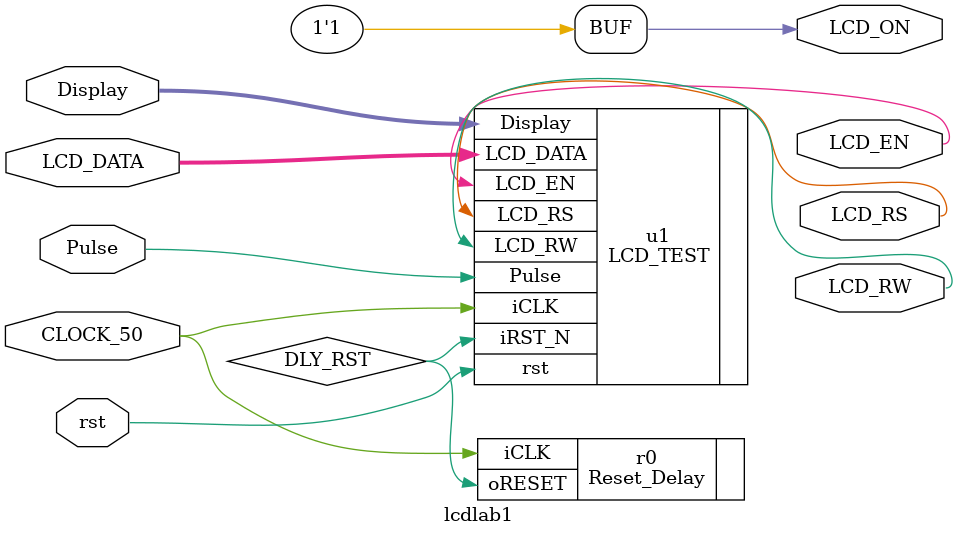
<source format=v>
module lcdlab1(
	input rst,
  input CLOCK_50,	//	50 MHz clock
//	LCD Module 16X2
  output LCD_ON,	// LCD Power ON/OFF
  output LCD_RW,	// LCD Read/Write Select, 0 = Write, 1 = Read
  output LCD_EN,	// LCD Enable
  output LCD_RS,	// LCD Command/Data Select, 0 = Command, 1 = Data
  inout [7:0] LCD_DATA,	// LCD Data bus 8 bits
  input [4:0] Display,
  input Pulse
);


// reset delay gives some time for peripherals to initialize
wire DLY_RST;
Reset_Delay r0(	.iCLK(CLOCK_50),.oRESET(DLY_RST) );


// turn LCD ON
assign	LCD_ON		=	1'b1;


LCD_TEST u1(
// Host Side
	.rst(rst),
	.Pulse(Pulse),
	.Display(Display),
   .iCLK(CLOCK_50),
   .iRST_N(DLY_RST),
// LCD Side
   .LCD_DATA(LCD_DATA),
   .LCD_RW(LCD_RW),
   .LCD_EN(LCD_EN),
   .LCD_RS(LCD_RS)
	
);

endmodule 
</source>
